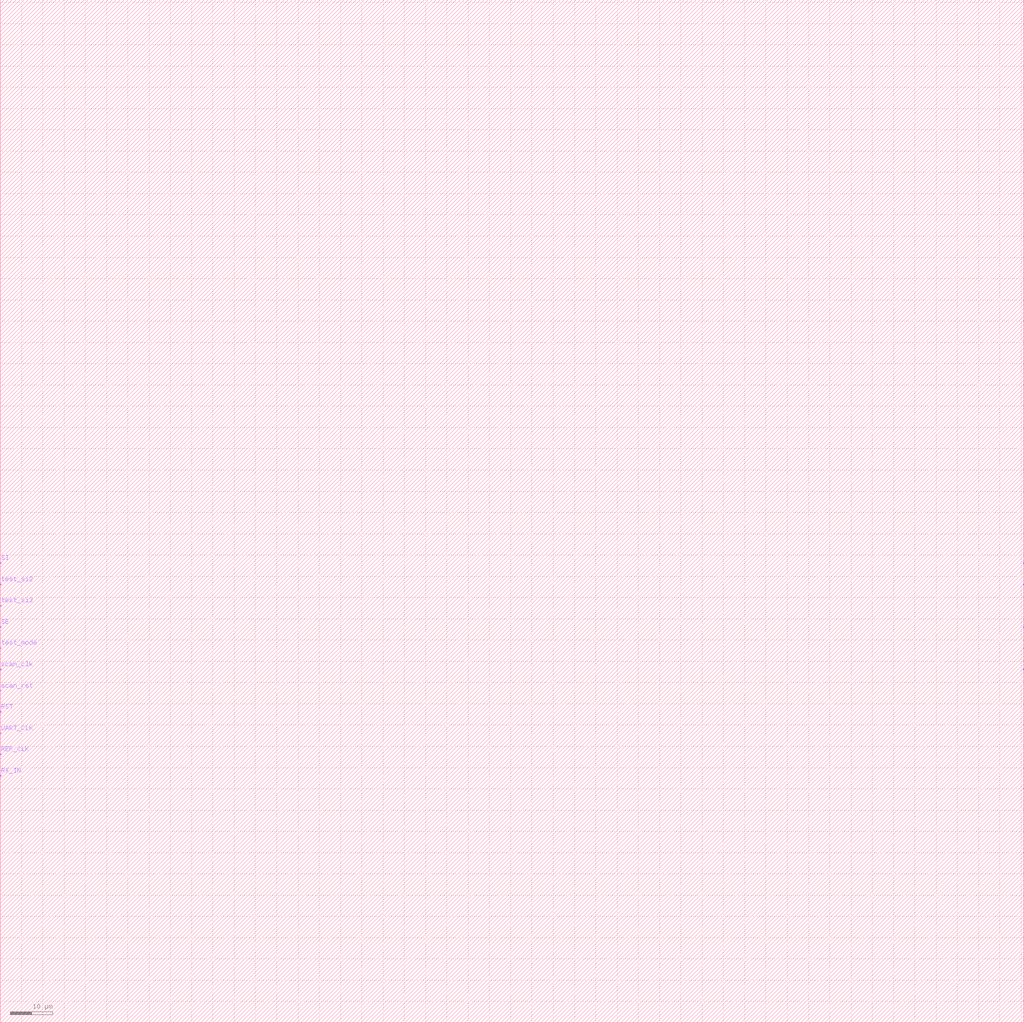
<source format=lef>

#******
# Preview export LEF
#
#	 Preview sub-version 5.10.41.500.3.38
#
# TECH LIB NAME: tsmc18
# TECH FILE NAME: techfile.cds
#******

VERSION 5.4 ;

NAMESCASESENSITIVE ON ;

DIVIDERCHAR "|" ;
BUSBITCHARS "[]" ;

UNITS
    DATABASE MICRONS 100  ;
END UNITS

MACRO SYS_TOP
    CLASS CORE ;
    FOREIGN SYS_TOP 0 0 ;
    ORIGIN 0.00 0.00 ;
    SIZE 240.6 BY 240.6 ;
    SYMMETRY X Y ;
    SITE CoreSite ;
    PIN SI
        DIRECTION INPUT ;
        PORT
        LAYER METAL2 ;
        RECT  0.00 108 0.2 108.2 ;
        END
    END SI
    PIN test_si2
        DIRECTION INPUT ;
        PORT
        LAYER METAL2 ;
        RECT  0.00 103 0.2 103.2 ;
        END
    END test_si2
    PIN test_si3
        DIRECTION INPUT ;
        PORT
        LAYER METAL2 ;
        RECT  0.00 98 0.2 98.2 ;
        END
    END test_si3
    PIN SE
        DIRECTION INPUT ;
        PORT
        LAYER METAL2 ;
        RECT  0.00 93 0.2 93.2 ;
        END
    END SE
    PIN test_mode
        DIRECTION INPUT ;
        PORT
        LAYER METAL2 ;
        RECT  0.00 88 0.2 88.2 ;
        END
    END test_mode
    PIN scan_clk
        DIRECTION INPUT ;
        PORT
        LAYER METAL2 ;
        RECT  0.00 83 0.2 83.2 ;
        END
    END scan_clk
    PIN scan_rst
        DIRECTION INPUT ;
        PORT
        LAYER METAL2 ;
        RECT  0.00 78 0.2 78.2 ;
        END
    END scan_rst
    PIN RST
        DIRECTION INPUT ;
        PORT
        LAYER METAL2 ;
        RECT  0.00 73 0.2 73.2 ;
        END
    END RST
    PIN UART_CLK
        DIRECTION INPUT ;
        PORT
        LAYER METAL2 ;
        RECT  0.00 68 0.2 68.2 ;
        END
    END UART_CLK
    PIN REF_CLK
        DIRECTION INPUT ;
        PORT
        LAYER METAL2 ;
        RECT  0.00 63 0.2 63.2 ;
        END
    END REF_CLK
    PIN RX_IN
        DIRECTION INPUT ;
        PORT
        LAYER METAL2 ;
        RECT  0.00 58 0.2 58.2 ;
        END
    END RX_IN
    PIN SO
        DIRECTION OUTPUT ;
        PORT
        LAYER METAL3 ;
        RECT  240.47 108 240.67 108.2 ; 
        END
    END SO
    PIN test_so2
        DIRECTION OUTPUT ;
        PORT
        LAYER METAL3 ;
        RECT  240.47 103 240.67 103.2 ; 
        END
    END test_so2
    PIN TX_OUT
        DIRECTION OUTPUT ;
        PORT
        LAYER METAL3 ;
        RECT  240.47 93 240.67 93.2 ; 
        END
    END TX_OUT
    PIN PARITY_ERROR
        DIRECTION OUTPUT ;
        PORT
        LAYER METAL3 ;
        RECT  240.47 88 240.67 88.2 ; 
        END
    END PARITY_ERROR
    PIN STOP_ERROR
        DIRECTION OUTPUT ;
        PORT
        LAYER METAL3 ;
        RECT  240.47 83 240.67 83.2 ; 
        END
    END STOP_ERROR
END SYS_TOP

END LIBRARY


</source>
